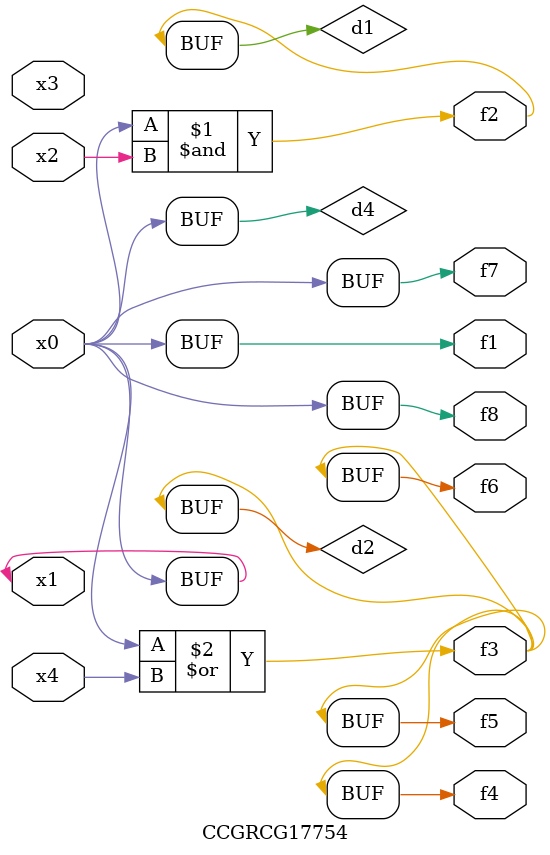
<source format=v>
module CCGRCG17754(
	input x0, x1, x2, x3, x4,
	output f1, f2, f3, f4, f5, f6, f7, f8
);

	wire d1, d2, d3, d4;

	and (d1, x0, x2);
	or (d2, x0, x4);
	nand (d3, x0, x2);
	buf (d4, x0, x1);
	assign f1 = d4;
	assign f2 = d1;
	assign f3 = d2;
	assign f4 = d2;
	assign f5 = d2;
	assign f6 = d2;
	assign f7 = d4;
	assign f8 = d4;
endmodule

</source>
